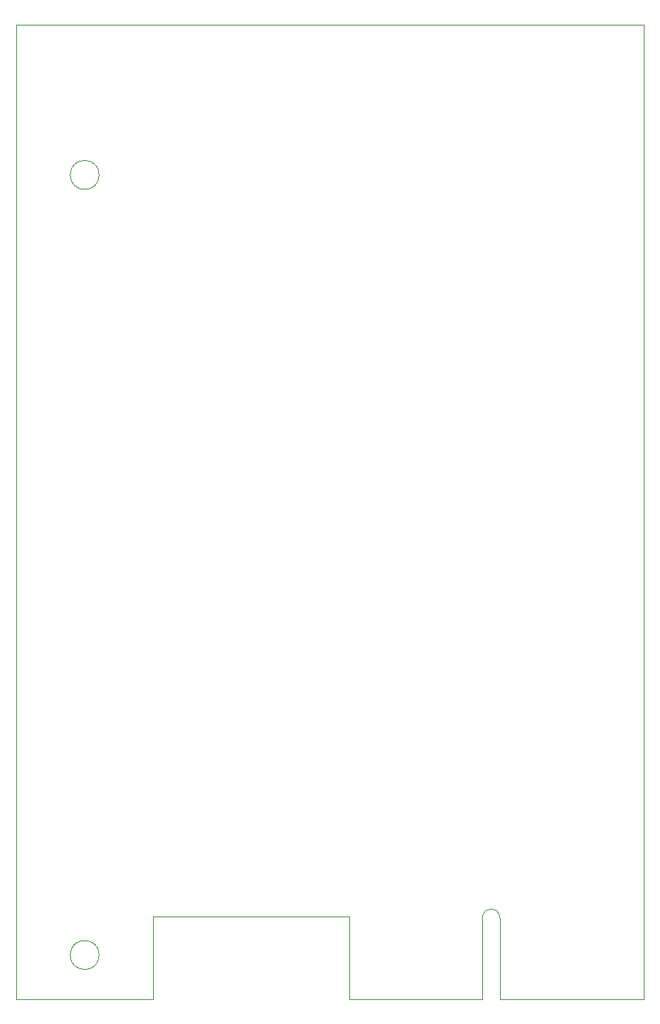
<source format=gbr>
%TF.GenerationSoftware,KiCad,Pcbnew,(6.0.1)*%
%TF.CreationDate,2022-06-29T00:07:13+02:00*%
%TF.ProjectId,amr_audio_card,616d725f-6175-4646-996f-5f636172642e,rev?*%
%TF.SameCoordinates,Original*%
%TF.FileFunction,Profile,NP*%
%FSLAX46Y46*%
G04 Gerber Fmt 4.6, Leading zero omitted, Abs format (unit mm)*
G04 Created by KiCad (PCBNEW (6.0.1)) date 2022-06-29 00:07:13*
%MOMM*%
%LPD*%
G01*
G04 APERTURE LIST*
%TA.AperFunction,Profile*%
%ADD10C,0.120000*%
%TD*%
G04 APERTURE END LIST*
D10*
%TO.C,U1*%
X92785000Y-162975000D02*
X92785000Y-56295000D01*
X143851700Y-154085000D02*
X143851700Y-162975000D01*
X145756700Y-154085000D02*
X145756700Y-162975000D01*
X129310200Y-162975000D02*
X129310200Y-153958000D01*
X161568200Y-56295000D02*
X161568200Y-162975000D01*
X107796400Y-162975000D02*
X107796400Y-153958000D01*
X107796400Y-153958000D02*
X129310200Y-153958000D01*
X145756700Y-162975000D02*
X161568200Y-162975000D01*
X143851700Y-162975000D02*
X129310200Y-162975000D01*
X92785000Y-56295000D02*
X161568200Y-56295000D01*
X92785000Y-162975000D02*
X107796400Y-162975000D01*
X145756700Y-154085000D02*
G75*
G03*
X143851700Y-154085000I-952500J0D01*
G01*
X101865500Y-72754200D02*
G75*
G03*
X101865500Y-72754200I-1587500J0D01*
G01*
X101865500Y-158149000D02*
G75*
G03*
X101865500Y-158149000I-1587500J0D01*
G01*
%TD*%
M02*

</source>
